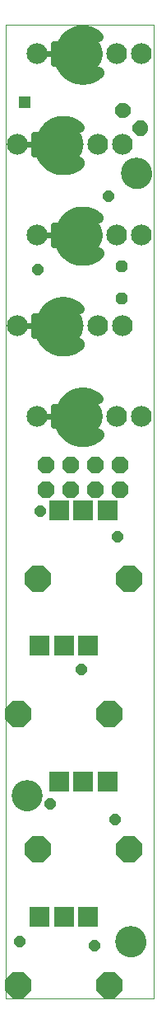
<source format=gts>
G75*
%MOIN*%
%OFA0B0*%
%FSLAX25Y25*%
%IPPOS*%
%LPD*%
%AMOC8*
5,1,8,0,0,1.08239X$1,22.5*
%
%ADD10C,0.00000*%
%ADD11C,0.12611*%
%ADD12C,0.01200*%
%ADD13R,0.08200X0.08200*%
%ADD14OC8,0.10800*%
%ADD15C,0.08400*%
%ADD16C,0.02400*%
%ADD17C,0.15761*%
%ADD18C,0.04000*%
%ADD19C,0.05000*%
%ADD20OC8,0.06800*%
%ADD21R,0.04762X0.04762*%
%ADD22OC8,0.04762*%
%ADD23OC8,0.04369*%
D10*
X0009674Y0017431D02*
X0009674Y0411132D01*
X0069674Y0411132D01*
X0069674Y0017431D01*
X0009674Y0017431D01*
X0012429Y0099321D02*
X0012431Y0099474D01*
X0012437Y0099628D01*
X0012447Y0099781D01*
X0012461Y0099933D01*
X0012479Y0100086D01*
X0012501Y0100237D01*
X0012526Y0100388D01*
X0012556Y0100539D01*
X0012590Y0100689D01*
X0012627Y0100837D01*
X0012668Y0100985D01*
X0012713Y0101131D01*
X0012762Y0101277D01*
X0012815Y0101421D01*
X0012871Y0101563D01*
X0012931Y0101704D01*
X0012995Y0101844D01*
X0013062Y0101982D01*
X0013133Y0102118D01*
X0013208Y0102252D01*
X0013285Y0102384D01*
X0013367Y0102514D01*
X0013451Y0102642D01*
X0013539Y0102768D01*
X0013630Y0102891D01*
X0013724Y0103012D01*
X0013822Y0103130D01*
X0013922Y0103246D01*
X0014026Y0103359D01*
X0014132Y0103470D01*
X0014241Y0103578D01*
X0014353Y0103683D01*
X0014467Y0103784D01*
X0014585Y0103883D01*
X0014704Y0103979D01*
X0014826Y0104072D01*
X0014951Y0104161D01*
X0015078Y0104248D01*
X0015207Y0104330D01*
X0015338Y0104410D01*
X0015471Y0104486D01*
X0015606Y0104559D01*
X0015743Y0104628D01*
X0015882Y0104693D01*
X0016022Y0104755D01*
X0016164Y0104813D01*
X0016307Y0104868D01*
X0016452Y0104919D01*
X0016598Y0104966D01*
X0016745Y0105009D01*
X0016893Y0105048D01*
X0017042Y0105084D01*
X0017192Y0105115D01*
X0017343Y0105143D01*
X0017494Y0105167D01*
X0017647Y0105187D01*
X0017799Y0105203D01*
X0017952Y0105215D01*
X0018105Y0105223D01*
X0018258Y0105227D01*
X0018412Y0105227D01*
X0018565Y0105223D01*
X0018718Y0105215D01*
X0018871Y0105203D01*
X0019023Y0105187D01*
X0019176Y0105167D01*
X0019327Y0105143D01*
X0019478Y0105115D01*
X0019628Y0105084D01*
X0019777Y0105048D01*
X0019925Y0105009D01*
X0020072Y0104966D01*
X0020218Y0104919D01*
X0020363Y0104868D01*
X0020506Y0104813D01*
X0020648Y0104755D01*
X0020788Y0104693D01*
X0020927Y0104628D01*
X0021064Y0104559D01*
X0021199Y0104486D01*
X0021332Y0104410D01*
X0021463Y0104330D01*
X0021592Y0104248D01*
X0021719Y0104161D01*
X0021844Y0104072D01*
X0021966Y0103979D01*
X0022085Y0103883D01*
X0022203Y0103784D01*
X0022317Y0103683D01*
X0022429Y0103578D01*
X0022538Y0103470D01*
X0022644Y0103359D01*
X0022748Y0103246D01*
X0022848Y0103130D01*
X0022946Y0103012D01*
X0023040Y0102891D01*
X0023131Y0102768D01*
X0023219Y0102642D01*
X0023303Y0102514D01*
X0023385Y0102384D01*
X0023462Y0102252D01*
X0023537Y0102118D01*
X0023608Y0101982D01*
X0023675Y0101844D01*
X0023739Y0101704D01*
X0023799Y0101563D01*
X0023855Y0101421D01*
X0023908Y0101277D01*
X0023957Y0101131D01*
X0024002Y0100985D01*
X0024043Y0100837D01*
X0024080Y0100689D01*
X0024114Y0100539D01*
X0024144Y0100388D01*
X0024169Y0100237D01*
X0024191Y0100086D01*
X0024209Y0099933D01*
X0024223Y0099781D01*
X0024233Y0099628D01*
X0024239Y0099474D01*
X0024241Y0099321D01*
X0024239Y0099168D01*
X0024233Y0099014D01*
X0024223Y0098861D01*
X0024209Y0098709D01*
X0024191Y0098556D01*
X0024169Y0098405D01*
X0024144Y0098254D01*
X0024114Y0098103D01*
X0024080Y0097953D01*
X0024043Y0097805D01*
X0024002Y0097657D01*
X0023957Y0097511D01*
X0023908Y0097365D01*
X0023855Y0097221D01*
X0023799Y0097079D01*
X0023739Y0096938D01*
X0023675Y0096798D01*
X0023608Y0096660D01*
X0023537Y0096524D01*
X0023462Y0096390D01*
X0023385Y0096258D01*
X0023303Y0096128D01*
X0023219Y0096000D01*
X0023131Y0095874D01*
X0023040Y0095751D01*
X0022946Y0095630D01*
X0022848Y0095512D01*
X0022748Y0095396D01*
X0022644Y0095283D01*
X0022538Y0095172D01*
X0022429Y0095064D01*
X0022317Y0094959D01*
X0022203Y0094858D01*
X0022085Y0094759D01*
X0021966Y0094663D01*
X0021844Y0094570D01*
X0021719Y0094481D01*
X0021592Y0094394D01*
X0021463Y0094312D01*
X0021332Y0094232D01*
X0021199Y0094156D01*
X0021064Y0094083D01*
X0020927Y0094014D01*
X0020788Y0093949D01*
X0020648Y0093887D01*
X0020506Y0093829D01*
X0020363Y0093774D01*
X0020218Y0093723D01*
X0020072Y0093676D01*
X0019925Y0093633D01*
X0019777Y0093594D01*
X0019628Y0093558D01*
X0019478Y0093527D01*
X0019327Y0093499D01*
X0019176Y0093475D01*
X0019023Y0093455D01*
X0018871Y0093439D01*
X0018718Y0093427D01*
X0018565Y0093419D01*
X0018412Y0093415D01*
X0018258Y0093415D01*
X0018105Y0093419D01*
X0017952Y0093427D01*
X0017799Y0093439D01*
X0017647Y0093455D01*
X0017494Y0093475D01*
X0017343Y0093499D01*
X0017192Y0093527D01*
X0017042Y0093558D01*
X0016893Y0093594D01*
X0016745Y0093633D01*
X0016598Y0093676D01*
X0016452Y0093723D01*
X0016307Y0093774D01*
X0016164Y0093829D01*
X0016022Y0093887D01*
X0015882Y0093949D01*
X0015743Y0094014D01*
X0015606Y0094083D01*
X0015471Y0094156D01*
X0015338Y0094232D01*
X0015207Y0094312D01*
X0015078Y0094394D01*
X0014951Y0094481D01*
X0014826Y0094570D01*
X0014704Y0094663D01*
X0014585Y0094759D01*
X0014467Y0094858D01*
X0014353Y0094959D01*
X0014241Y0095064D01*
X0014132Y0095172D01*
X0014026Y0095283D01*
X0013922Y0095396D01*
X0013822Y0095512D01*
X0013724Y0095630D01*
X0013630Y0095751D01*
X0013539Y0095874D01*
X0013451Y0096000D01*
X0013367Y0096128D01*
X0013285Y0096258D01*
X0013208Y0096390D01*
X0013133Y0096524D01*
X0013062Y0096660D01*
X0012995Y0096798D01*
X0012931Y0096938D01*
X0012871Y0097079D01*
X0012815Y0097221D01*
X0012762Y0097365D01*
X0012713Y0097511D01*
X0012668Y0097657D01*
X0012627Y0097805D01*
X0012590Y0097953D01*
X0012556Y0098103D01*
X0012526Y0098254D01*
X0012501Y0098405D01*
X0012479Y0098556D01*
X0012461Y0098709D01*
X0012447Y0098861D01*
X0012437Y0099014D01*
X0012431Y0099168D01*
X0012429Y0099321D01*
X0033690Y0252864D02*
X0033692Y0253048D01*
X0033699Y0253231D01*
X0033710Y0253414D01*
X0033726Y0253597D01*
X0033746Y0253780D01*
X0033771Y0253962D01*
X0033800Y0254143D01*
X0033834Y0254323D01*
X0033872Y0254503D01*
X0033914Y0254681D01*
X0033961Y0254859D01*
X0034012Y0255035D01*
X0034068Y0255210D01*
X0034127Y0255384D01*
X0034191Y0255556D01*
X0034259Y0255726D01*
X0034332Y0255895D01*
X0034408Y0256062D01*
X0034489Y0256227D01*
X0034573Y0256390D01*
X0034662Y0256551D01*
X0034754Y0256709D01*
X0034850Y0256866D01*
X0034951Y0257020D01*
X0035054Y0257171D01*
X0035162Y0257320D01*
X0035273Y0257466D01*
X0035388Y0257609D01*
X0035506Y0257750D01*
X0035628Y0257887D01*
X0035753Y0258022D01*
X0035881Y0258153D01*
X0036012Y0258281D01*
X0036147Y0258406D01*
X0036284Y0258528D01*
X0036425Y0258646D01*
X0036568Y0258761D01*
X0036714Y0258872D01*
X0036863Y0258980D01*
X0037014Y0259083D01*
X0037168Y0259184D01*
X0037325Y0259280D01*
X0037483Y0259372D01*
X0037644Y0259461D01*
X0037807Y0259545D01*
X0037972Y0259626D01*
X0038139Y0259702D01*
X0038308Y0259775D01*
X0038478Y0259843D01*
X0038650Y0259907D01*
X0038824Y0259966D01*
X0038999Y0260022D01*
X0039175Y0260073D01*
X0039353Y0260120D01*
X0039531Y0260162D01*
X0039711Y0260200D01*
X0039891Y0260234D01*
X0040072Y0260263D01*
X0040254Y0260288D01*
X0040437Y0260308D01*
X0040620Y0260324D01*
X0040803Y0260335D01*
X0040986Y0260342D01*
X0041170Y0260344D01*
X0041354Y0260342D01*
X0041537Y0260335D01*
X0041720Y0260324D01*
X0041903Y0260308D01*
X0042086Y0260288D01*
X0042268Y0260263D01*
X0042449Y0260234D01*
X0042629Y0260200D01*
X0042809Y0260162D01*
X0042987Y0260120D01*
X0043165Y0260073D01*
X0043341Y0260022D01*
X0043516Y0259966D01*
X0043690Y0259907D01*
X0043862Y0259843D01*
X0044032Y0259775D01*
X0044201Y0259702D01*
X0044368Y0259626D01*
X0044533Y0259545D01*
X0044696Y0259461D01*
X0044857Y0259372D01*
X0045015Y0259280D01*
X0045172Y0259184D01*
X0045326Y0259083D01*
X0045477Y0258980D01*
X0045626Y0258872D01*
X0045772Y0258761D01*
X0045915Y0258646D01*
X0046056Y0258528D01*
X0046193Y0258406D01*
X0046328Y0258281D01*
X0046459Y0258153D01*
X0046587Y0258022D01*
X0046712Y0257887D01*
X0046834Y0257750D01*
X0046952Y0257609D01*
X0047067Y0257466D01*
X0047178Y0257320D01*
X0047286Y0257171D01*
X0047389Y0257020D01*
X0047490Y0256866D01*
X0047586Y0256709D01*
X0047678Y0256551D01*
X0047767Y0256390D01*
X0047851Y0256227D01*
X0047932Y0256062D01*
X0048008Y0255895D01*
X0048081Y0255726D01*
X0048149Y0255556D01*
X0048213Y0255384D01*
X0048272Y0255210D01*
X0048328Y0255035D01*
X0048379Y0254859D01*
X0048426Y0254681D01*
X0048468Y0254503D01*
X0048506Y0254323D01*
X0048540Y0254143D01*
X0048569Y0253962D01*
X0048594Y0253780D01*
X0048614Y0253597D01*
X0048630Y0253414D01*
X0048641Y0253231D01*
X0048648Y0253048D01*
X0048650Y0252864D01*
X0048648Y0252680D01*
X0048641Y0252497D01*
X0048630Y0252314D01*
X0048614Y0252131D01*
X0048594Y0251948D01*
X0048569Y0251766D01*
X0048540Y0251585D01*
X0048506Y0251405D01*
X0048468Y0251225D01*
X0048426Y0251047D01*
X0048379Y0250869D01*
X0048328Y0250693D01*
X0048272Y0250518D01*
X0048213Y0250344D01*
X0048149Y0250172D01*
X0048081Y0250002D01*
X0048008Y0249833D01*
X0047932Y0249666D01*
X0047851Y0249501D01*
X0047767Y0249338D01*
X0047678Y0249177D01*
X0047586Y0249019D01*
X0047490Y0248862D01*
X0047389Y0248708D01*
X0047286Y0248557D01*
X0047178Y0248408D01*
X0047067Y0248262D01*
X0046952Y0248119D01*
X0046834Y0247978D01*
X0046712Y0247841D01*
X0046587Y0247706D01*
X0046459Y0247575D01*
X0046328Y0247447D01*
X0046193Y0247322D01*
X0046056Y0247200D01*
X0045915Y0247082D01*
X0045772Y0246967D01*
X0045626Y0246856D01*
X0045477Y0246748D01*
X0045326Y0246645D01*
X0045172Y0246544D01*
X0045015Y0246448D01*
X0044857Y0246356D01*
X0044696Y0246267D01*
X0044533Y0246183D01*
X0044368Y0246102D01*
X0044201Y0246026D01*
X0044032Y0245953D01*
X0043862Y0245885D01*
X0043690Y0245821D01*
X0043516Y0245762D01*
X0043341Y0245706D01*
X0043165Y0245655D01*
X0042987Y0245608D01*
X0042809Y0245566D01*
X0042629Y0245528D01*
X0042449Y0245494D01*
X0042268Y0245465D01*
X0042086Y0245440D01*
X0041903Y0245420D01*
X0041720Y0245404D01*
X0041537Y0245393D01*
X0041354Y0245386D01*
X0041170Y0245384D01*
X0040986Y0245386D01*
X0040803Y0245393D01*
X0040620Y0245404D01*
X0040437Y0245420D01*
X0040254Y0245440D01*
X0040072Y0245465D01*
X0039891Y0245494D01*
X0039711Y0245528D01*
X0039531Y0245566D01*
X0039353Y0245608D01*
X0039175Y0245655D01*
X0038999Y0245706D01*
X0038824Y0245762D01*
X0038650Y0245821D01*
X0038478Y0245885D01*
X0038308Y0245953D01*
X0038139Y0246026D01*
X0037972Y0246102D01*
X0037807Y0246183D01*
X0037644Y0246267D01*
X0037483Y0246356D01*
X0037325Y0246448D01*
X0037168Y0246544D01*
X0037014Y0246645D01*
X0036863Y0246748D01*
X0036714Y0246856D01*
X0036568Y0246967D01*
X0036425Y0247082D01*
X0036284Y0247200D01*
X0036147Y0247322D01*
X0036012Y0247447D01*
X0035881Y0247575D01*
X0035753Y0247706D01*
X0035628Y0247841D01*
X0035506Y0247978D01*
X0035388Y0248119D01*
X0035273Y0248262D01*
X0035162Y0248408D01*
X0035054Y0248557D01*
X0034951Y0248708D01*
X0034850Y0248862D01*
X0034754Y0249019D01*
X0034662Y0249177D01*
X0034573Y0249338D01*
X0034489Y0249501D01*
X0034408Y0249666D01*
X0034332Y0249833D01*
X0034259Y0250002D01*
X0034191Y0250172D01*
X0034127Y0250344D01*
X0034068Y0250518D01*
X0034012Y0250693D01*
X0033961Y0250869D01*
X0033914Y0251047D01*
X0033872Y0251225D01*
X0033834Y0251405D01*
X0033800Y0251585D01*
X0033771Y0251766D01*
X0033746Y0251948D01*
X0033726Y0252131D01*
X0033710Y0252314D01*
X0033699Y0252497D01*
X0033692Y0252680D01*
X0033690Y0252864D01*
X0025816Y0289478D02*
X0025818Y0289662D01*
X0025825Y0289845D01*
X0025836Y0290028D01*
X0025852Y0290211D01*
X0025872Y0290394D01*
X0025897Y0290576D01*
X0025926Y0290757D01*
X0025960Y0290937D01*
X0025998Y0291117D01*
X0026040Y0291295D01*
X0026087Y0291473D01*
X0026138Y0291649D01*
X0026194Y0291824D01*
X0026253Y0291998D01*
X0026317Y0292170D01*
X0026385Y0292340D01*
X0026458Y0292509D01*
X0026534Y0292676D01*
X0026615Y0292841D01*
X0026699Y0293004D01*
X0026788Y0293165D01*
X0026880Y0293323D01*
X0026976Y0293480D01*
X0027077Y0293634D01*
X0027180Y0293785D01*
X0027288Y0293934D01*
X0027399Y0294080D01*
X0027514Y0294223D01*
X0027632Y0294364D01*
X0027754Y0294501D01*
X0027879Y0294636D01*
X0028007Y0294767D01*
X0028138Y0294895D01*
X0028273Y0295020D01*
X0028410Y0295142D01*
X0028551Y0295260D01*
X0028694Y0295375D01*
X0028840Y0295486D01*
X0028989Y0295594D01*
X0029140Y0295697D01*
X0029294Y0295798D01*
X0029451Y0295894D01*
X0029609Y0295986D01*
X0029770Y0296075D01*
X0029933Y0296159D01*
X0030098Y0296240D01*
X0030265Y0296316D01*
X0030434Y0296389D01*
X0030604Y0296457D01*
X0030776Y0296521D01*
X0030950Y0296580D01*
X0031125Y0296636D01*
X0031301Y0296687D01*
X0031479Y0296734D01*
X0031657Y0296776D01*
X0031837Y0296814D01*
X0032017Y0296848D01*
X0032198Y0296877D01*
X0032380Y0296902D01*
X0032563Y0296922D01*
X0032746Y0296938D01*
X0032929Y0296949D01*
X0033112Y0296956D01*
X0033296Y0296958D01*
X0033480Y0296956D01*
X0033663Y0296949D01*
X0033846Y0296938D01*
X0034029Y0296922D01*
X0034212Y0296902D01*
X0034394Y0296877D01*
X0034575Y0296848D01*
X0034755Y0296814D01*
X0034935Y0296776D01*
X0035113Y0296734D01*
X0035291Y0296687D01*
X0035467Y0296636D01*
X0035642Y0296580D01*
X0035816Y0296521D01*
X0035988Y0296457D01*
X0036158Y0296389D01*
X0036327Y0296316D01*
X0036494Y0296240D01*
X0036659Y0296159D01*
X0036822Y0296075D01*
X0036983Y0295986D01*
X0037141Y0295894D01*
X0037298Y0295798D01*
X0037452Y0295697D01*
X0037603Y0295594D01*
X0037752Y0295486D01*
X0037898Y0295375D01*
X0038041Y0295260D01*
X0038182Y0295142D01*
X0038319Y0295020D01*
X0038454Y0294895D01*
X0038585Y0294767D01*
X0038713Y0294636D01*
X0038838Y0294501D01*
X0038960Y0294364D01*
X0039078Y0294223D01*
X0039193Y0294080D01*
X0039304Y0293934D01*
X0039412Y0293785D01*
X0039515Y0293634D01*
X0039616Y0293480D01*
X0039712Y0293323D01*
X0039804Y0293165D01*
X0039893Y0293004D01*
X0039977Y0292841D01*
X0040058Y0292676D01*
X0040134Y0292509D01*
X0040207Y0292340D01*
X0040275Y0292170D01*
X0040339Y0291998D01*
X0040398Y0291824D01*
X0040454Y0291649D01*
X0040505Y0291473D01*
X0040552Y0291295D01*
X0040594Y0291117D01*
X0040632Y0290937D01*
X0040666Y0290757D01*
X0040695Y0290576D01*
X0040720Y0290394D01*
X0040740Y0290211D01*
X0040756Y0290028D01*
X0040767Y0289845D01*
X0040774Y0289662D01*
X0040776Y0289478D01*
X0040774Y0289294D01*
X0040767Y0289111D01*
X0040756Y0288928D01*
X0040740Y0288745D01*
X0040720Y0288562D01*
X0040695Y0288380D01*
X0040666Y0288199D01*
X0040632Y0288019D01*
X0040594Y0287839D01*
X0040552Y0287661D01*
X0040505Y0287483D01*
X0040454Y0287307D01*
X0040398Y0287132D01*
X0040339Y0286958D01*
X0040275Y0286786D01*
X0040207Y0286616D01*
X0040134Y0286447D01*
X0040058Y0286280D01*
X0039977Y0286115D01*
X0039893Y0285952D01*
X0039804Y0285791D01*
X0039712Y0285633D01*
X0039616Y0285476D01*
X0039515Y0285322D01*
X0039412Y0285171D01*
X0039304Y0285022D01*
X0039193Y0284876D01*
X0039078Y0284733D01*
X0038960Y0284592D01*
X0038838Y0284455D01*
X0038713Y0284320D01*
X0038585Y0284189D01*
X0038454Y0284061D01*
X0038319Y0283936D01*
X0038182Y0283814D01*
X0038041Y0283696D01*
X0037898Y0283581D01*
X0037752Y0283470D01*
X0037603Y0283362D01*
X0037452Y0283259D01*
X0037298Y0283158D01*
X0037141Y0283062D01*
X0036983Y0282970D01*
X0036822Y0282881D01*
X0036659Y0282797D01*
X0036494Y0282716D01*
X0036327Y0282640D01*
X0036158Y0282567D01*
X0035988Y0282499D01*
X0035816Y0282435D01*
X0035642Y0282376D01*
X0035467Y0282320D01*
X0035291Y0282269D01*
X0035113Y0282222D01*
X0034935Y0282180D01*
X0034755Y0282142D01*
X0034575Y0282108D01*
X0034394Y0282079D01*
X0034212Y0282054D01*
X0034029Y0282034D01*
X0033846Y0282018D01*
X0033663Y0282007D01*
X0033480Y0282000D01*
X0033296Y0281998D01*
X0033112Y0282000D01*
X0032929Y0282007D01*
X0032746Y0282018D01*
X0032563Y0282034D01*
X0032380Y0282054D01*
X0032198Y0282079D01*
X0032017Y0282108D01*
X0031837Y0282142D01*
X0031657Y0282180D01*
X0031479Y0282222D01*
X0031301Y0282269D01*
X0031125Y0282320D01*
X0030950Y0282376D01*
X0030776Y0282435D01*
X0030604Y0282499D01*
X0030434Y0282567D01*
X0030265Y0282640D01*
X0030098Y0282716D01*
X0029933Y0282797D01*
X0029770Y0282881D01*
X0029609Y0282970D01*
X0029451Y0283062D01*
X0029294Y0283158D01*
X0029140Y0283259D01*
X0028989Y0283362D01*
X0028840Y0283470D01*
X0028694Y0283581D01*
X0028551Y0283696D01*
X0028410Y0283814D01*
X0028273Y0283936D01*
X0028138Y0284061D01*
X0028007Y0284189D01*
X0027879Y0284320D01*
X0027754Y0284455D01*
X0027632Y0284592D01*
X0027514Y0284733D01*
X0027399Y0284876D01*
X0027288Y0285022D01*
X0027180Y0285171D01*
X0027077Y0285322D01*
X0026976Y0285476D01*
X0026880Y0285633D01*
X0026788Y0285791D01*
X0026699Y0285952D01*
X0026615Y0286115D01*
X0026534Y0286280D01*
X0026458Y0286447D01*
X0026385Y0286616D01*
X0026317Y0286786D01*
X0026253Y0286958D01*
X0026194Y0287132D01*
X0026138Y0287307D01*
X0026087Y0287483D01*
X0026040Y0287661D01*
X0025998Y0287839D01*
X0025960Y0288019D01*
X0025926Y0288199D01*
X0025897Y0288380D01*
X0025872Y0288562D01*
X0025852Y0288745D01*
X0025836Y0288928D01*
X0025825Y0289111D01*
X0025818Y0289294D01*
X0025816Y0289478D01*
X0025816Y0362707D02*
X0025818Y0362891D01*
X0025825Y0363074D01*
X0025836Y0363257D01*
X0025852Y0363440D01*
X0025872Y0363623D01*
X0025897Y0363805D01*
X0025926Y0363986D01*
X0025960Y0364166D01*
X0025998Y0364346D01*
X0026040Y0364524D01*
X0026087Y0364702D01*
X0026138Y0364878D01*
X0026194Y0365053D01*
X0026253Y0365227D01*
X0026317Y0365399D01*
X0026385Y0365569D01*
X0026458Y0365738D01*
X0026534Y0365905D01*
X0026615Y0366070D01*
X0026699Y0366233D01*
X0026788Y0366394D01*
X0026880Y0366552D01*
X0026976Y0366709D01*
X0027077Y0366863D01*
X0027180Y0367014D01*
X0027288Y0367163D01*
X0027399Y0367309D01*
X0027514Y0367452D01*
X0027632Y0367593D01*
X0027754Y0367730D01*
X0027879Y0367865D01*
X0028007Y0367996D01*
X0028138Y0368124D01*
X0028273Y0368249D01*
X0028410Y0368371D01*
X0028551Y0368489D01*
X0028694Y0368604D01*
X0028840Y0368715D01*
X0028989Y0368823D01*
X0029140Y0368926D01*
X0029294Y0369027D01*
X0029451Y0369123D01*
X0029609Y0369215D01*
X0029770Y0369304D01*
X0029933Y0369388D01*
X0030098Y0369469D01*
X0030265Y0369545D01*
X0030434Y0369618D01*
X0030604Y0369686D01*
X0030776Y0369750D01*
X0030950Y0369809D01*
X0031125Y0369865D01*
X0031301Y0369916D01*
X0031479Y0369963D01*
X0031657Y0370005D01*
X0031837Y0370043D01*
X0032017Y0370077D01*
X0032198Y0370106D01*
X0032380Y0370131D01*
X0032563Y0370151D01*
X0032746Y0370167D01*
X0032929Y0370178D01*
X0033112Y0370185D01*
X0033296Y0370187D01*
X0033480Y0370185D01*
X0033663Y0370178D01*
X0033846Y0370167D01*
X0034029Y0370151D01*
X0034212Y0370131D01*
X0034394Y0370106D01*
X0034575Y0370077D01*
X0034755Y0370043D01*
X0034935Y0370005D01*
X0035113Y0369963D01*
X0035291Y0369916D01*
X0035467Y0369865D01*
X0035642Y0369809D01*
X0035816Y0369750D01*
X0035988Y0369686D01*
X0036158Y0369618D01*
X0036327Y0369545D01*
X0036494Y0369469D01*
X0036659Y0369388D01*
X0036822Y0369304D01*
X0036983Y0369215D01*
X0037141Y0369123D01*
X0037298Y0369027D01*
X0037452Y0368926D01*
X0037603Y0368823D01*
X0037752Y0368715D01*
X0037898Y0368604D01*
X0038041Y0368489D01*
X0038182Y0368371D01*
X0038319Y0368249D01*
X0038454Y0368124D01*
X0038585Y0367996D01*
X0038713Y0367865D01*
X0038838Y0367730D01*
X0038960Y0367593D01*
X0039078Y0367452D01*
X0039193Y0367309D01*
X0039304Y0367163D01*
X0039412Y0367014D01*
X0039515Y0366863D01*
X0039616Y0366709D01*
X0039712Y0366552D01*
X0039804Y0366394D01*
X0039893Y0366233D01*
X0039977Y0366070D01*
X0040058Y0365905D01*
X0040134Y0365738D01*
X0040207Y0365569D01*
X0040275Y0365399D01*
X0040339Y0365227D01*
X0040398Y0365053D01*
X0040454Y0364878D01*
X0040505Y0364702D01*
X0040552Y0364524D01*
X0040594Y0364346D01*
X0040632Y0364166D01*
X0040666Y0363986D01*
X0040695Y0363805D01*
X0040720Y0363623D01*
X0040740Y0363440D01*
X0040756Y0363257D01*
X0040767Y0363074D01*
X0040774Y0362891D01*
X0040776Y0362707D01*
X0040774Y0362523D01*
X0040767Y0362340D01*
X0040756Y0362157D01*
X0040740Y0361974D01*
X0040720Y0361791D01*
X0040695Y0361609D01*
X0040666Y0361428D01*
X0040632Y0361248D01*
X0040594Y0361068D01*
X0040552Y0360890D01*
X0040505Y0360712D01*
X0040454Y0360536D01*
X0040398Y0360361D01*
X0040339Y0360187D01*
X0040275Y0360015D01*
X0040207Y0359845D01*
X0040134Y0359676D01*
X0040058Y0359509D01*
X0039977Y0359344D01*
X0039893Y0359181D01*
X0039804Y0359020D01*
X0039712Y0358862D01*
X0039616Y0358705D01*
X0039515Y0358551D01*
X0039412Y0358400D01*
X0039304Y0358251D01*
X0039193Y0358105D01*
X0039078Y0357962D01*
X0038960Y0357821D01*
X0038838Y0357684D01*
X0038713Y0357549D01*
X0038585Y0357418D01*
X0038454Y0357290D01*
X0038319Y0357165D01*
X0038182Y0357043D01*
X0038041Y0356925D01*
X0037898Y0356810D01*
X0037752Y0356699D01*
X0037603Y0356591D01*
X0037452Y0356488D01*
X0037298Y0356387D01*
X0037141Y0356291D01*
X0036983Y0356199D01*
X0036822Y0356110D01*
X0036659Y0356026D01*
X0036494Y0355945D01*
X0036327Y0355869D01*
X0036158Y0355796D01*
X0035988Y0355728D01*
X0035816Y0355664D01*
X0035642Y0355605D01*
X0035467Y0355549D01*
X0035291Y0355498D01*
X0035113Y0355451D01*
X0034935Y0355409D01*
X0034755Y0355371D01*
X0034575Y0355337D01*
X0034394Y0355308D01*
X0034212Y0355283D01*
X0034029Y0355263D01*
X0033846Y0355247D01*
X0033663Y0355236D01*
X0033480Y0355229D01*
X0033296Y0355227D01*
X0033112Y0355229D01*
X0032929Y0355236D01*
X0032746Y0355247D01*
X0032563Y0355263D01*
X0032380Y0355283D01*
X0032198Y0355308D01*
X0032017Y0355337D01*
X0031837Y0355371D01*
X0031657Y0355409D01*
X0031479Y0355451D01*
X0031301Y0355498D01*
X0031125Y0355549D01*
X0030950Y0355605D01*
X0030776Y0355664D01*
X0030604Y0355728D01*
X0030434Y0355796D01*
X0030265Y0355869D01*
X0030098Y0355945D01*
X0029933Y0356026D01*
X0029770Y0356110D01*
X0029609Y0356199D01*
X0029451Y0356291D01*
X0029294Y0356387D01*
X0029140Y0356488D01*
X0028989Y0356591D01*
X0028840Y0356699D01*
X0028694Y0356810D01*
X0028551Y0356925D01*
X0028410Y0357043D01*
X0028273Y0357165D01*
X0028138Y0357290D01*
X0028007Y0357418D01*
X0027879Y0357549D01*
X0027754Y0357684D01*
X0027632Y0357821D01*
X0027514Y0357962D01*
X0027399Y0358105D01*
X0027288Y0358251D01*
X0027180Y0358400D01*
X0027077Y0358551D01*
X0026976Y0358705D01*
X0026880Y0358862D01*
X0026788Y0359020D01*
X0026699Y0359181D01*
X0026615Y0359344D01*
X0026534Y0359509D01*
X0026458Y0359676D01*
X0026385Y0359845D01*
X0026317Y0360015D01*
X0026253Y0360187D01*
X0026194Y0360361D01*
X0026138Y0360536D01*
X0026087Y0360712D01*
X0026040Y0360890D01*
X0025998Y0361068D01*
X0025960Y0361248D01*
X0025926Y0361428D01*
X0025897Y0361609D01*
X0025872Y0361791D01*
X0025852Y0361974D01*
X0025836Y0362157D01*
X0025825Y0362340D01*
X0025818Y0362523D01*
X0025816Y0362707D01*
X0033690Y0399321D02*
X0033692Y0399505D01*
X0033699Y0399688D01*
X0033710Y0399871D01*
X0033726Y0400054D01*
X0033746Y0400237D01*
X0033771Y0400419D01*
X0033800Y0400600D01*
X0033834Y0400780D01*
X0033872Y0400960D01*
X0033914Y0401138D01*
X0033961Y0401316D01*
X0034012Y0401492D01*
X0034068Y0401667D01*
X0034127Y0401841D01*
X0034191Y0402013D01*
X0034259Y0402183D01*
X0034332Y0402352D01*
X0034408Y0402519D01*
X0034489Y0402684D01*
X0034573Y0402847D01*
X0034662Y0403008D01*
X0034754Y0403166D01*
X0034850Y0403323D01*
X0034951Y0403477D01*
X0035054Y0403628D01*
X0035162Y0403777D01*
X0035273Y0403923D01*
X0035388Y0404066D01*
X0035506Y0404207D01*
X0035628Y0404344D01*
X0035753Y0404479D01*
X0035881Y0404610D01*
X0036012Y0404738D01*
X0036147Y0404863D01*
X0036284Y0404985D01*
X0036425Y0405103D01*
X0036568Y0405218D01*
X0036714Y0405329D01*
X0036863Y0405437D01*
X0037014Y0405540D01*
X0037168Y0405641D01*
X0037325Y0405737D01*
X0037483Y0405829D01*
X0037644Y0405918D01*
X0037807Y0406002D01*
X0037972Y0406083D01*
X0038139Y0406159D01*
X0038308Y0406232D01*
X0038478Y0406300D01*
X0038650Y0406364D01*
X0038824Y0406423D01*
X0038999Y0406479D01*
X0039175Y0406530D01*
X0039353Y0406577D01*
X0039531Y0406619D01*
X0039711Y0406657D01*
X0039891Y0406691D01*
X0040072Y0406720D01*
X0040254Y0406745D01*
X0040437Y0406765D01*
X0040620Y0406781D01*
X0040803Y0406792D01*
X0040986Y0406799D01*
X0041170Y0406801D01*
X0041354Y0406799D01*
X0041537Y0406792D01*
X0041720Y0406781D01*
X0041903Y0406765D01*
X0042086Y0406745D01*
X0042268Y0406720D01*
X0042449Y0406691D01*
X0042629Y0406657D01*
X0042809Y0406619D01*
X0042987Y0406577D01*
X0043165Y0406530D01*
X0043341Y0406479D01*
X0043516Y0406423D01*
X0043690Y0406364D01*
X0043862Y0406300D01*
X0044032Y0406232D01*
X0044201Y0406159D01*
X0044368Y0406083D01*
X0044533Y0406002D01*
X0044696Y0405918D01*
X0044857Y0405829D01*
X0045015Y0405737D01*
X0045172Y0405641D01*
X0045326Y0405540D01*
X0045477Y0405437D01*
X0045626Y0405329D01*
X0045772Y0405218D01*
X0045915Y0405103D01*
X0046056Y0404985D01*
X0046193Y0404863D01*
X0046328Y0404738D01*
X0046459Y0404610D01*
X0046587Y0404479D01*
X0046712Y0404344D01*
X0046834Y0404207D01*
X0046952Y0404066D01*
X0047067Y0403923D01*
X0047178Y0403777D01*
X0047286Y0403628D01*
X0047389Y0403477D01*
X0047490Y0403323D01*
X0047586Y0403166D01*
X0047678Y0403008D01*
X0047767Y0402847D01*
X0047851Y0402684D01*
X0047932Y0402519D01*
X0048008Y0402352D01*
X0048081Y0402183D01*
X0048149Y0402013D01*
X0048213Y0401841D01*
X0048272Y0401667D01*
X0048328Y0401492D01*
X0048379Y0401316D01*
X0048426Y0401138D01*
X0048468Y0400960D01*
X0048506Y0400780D01*
X0048540Y0400600D01*
X0048569Y0400419D01*
X0048594Y0400237D01*
X0048614Y0400054D01*
X0048630Y0399871D01*
X0048641Y0399688D01*
X0048648Y0399505D01*
X0048650Y0399321D01*
X0048648Y0399137D01*
X0048641Y0398954D01*
X0048630Y0398771D01*
X0048614Y0398588D01*
X0048594Y0398405D01*
X0048569Y0398223D01*
X0048540Y0398042D01*
X0048506Y0397862D01*
X0048468Y0397682D01*
X0048426Y0397504D01*
X0048379Y0397326D01*
X0048328Y0397150D01*
X0048272Y0396975D01*
X0048213Y0396801D01*
X0048149Y0396629D01*
X0048081Y0396459D01*
X0048008Y0396290D01*
X0047932Y0396123D01*
X0047851Y0395958D01*
X0047767Y0395795D01*
X0047678Y0395634D01*
X0047586Y0395476D01*
X0047490Y0395319D01*
X0047389Y0395165D01*
X0047286Y0395014D01*
X0047178Y0394865D01*
X0047067Y0394719D01*
X0046952Y0394576D01*
X0046834Y0394435D01*
X0046712Y0394298D01*
X0046587Y0394163D01*
X0046459Y0394032D01*
X0046328Y0393904D01*
X0046193Y0393779D01*
X0046056Y0393657D01*
X0045915Y0393539D01*
X0045772Y0393424D01*
X0045626Y0393313D01*
X0045477Y0393205D01*
X0045326Y0393102D01*
X0045172Y0393001D01*
X0045015Y0392905D01*
X0044857Y0392813D01*
X0044696Y0392724D01*
X0044533Y0392640D01*
X0044368Y0392559D01*
X0044201Y0392483D01*
X0044032Y0392410D01*
X0043862Y0392342D01*
X0043690Y0392278D01*
X0043516Y0392219D01*
X0043341Y0392163D01*
X0043165Y0392112D01*
X0042987Y0392065D01*
X0042809Y0392023D01*
X0042629Y0391985D01*
X0042449Y0391951D01*
X0042268Y0391922D01*
X0042086Y0391897D01*
X0041903Y0391877D01*
X0041720Y0391861D01*
X0041537Y0391850D01*
X0041354Y0391843D01*
X0041170Y0391841D01*
X0040986Y0391843D01*
X0040803Y0391850D01*
X0040620Y0391861D01*
X0040437Y0391877D01*
X0040254Y0391897D01*
X0040072Y0391922D01*
X0039891Y0391951D01*
X0039711Y0391985D01*
X0039531Y0392023D01*
X0039353Y0392065D01*
X0039175Y0392112D01*
X0038999Y0392163D01*
X0038824Y0392219D01*
X0038650Y0392278D01*
X0038478Y0392342D01*
X0038308Y0392410D01*
X0038139Y0392483D01*
X0037972Y0392559D01*
X0037807Y0392640D01*
X0037644Y0392724D01*
X0037483Y0392813D01*
X0037325Y0392905D01*
X0037168Y0393001D01*
X0037014Y0393102D01*
X0036863Y0393205D01*
X0036714Y0393313D01*
X0036568Y0393424D01*
X0036425Y0393539D01*
X0036284Y0393657D01*
X0036147Y0393779D01*
X0036012Y0393904D01*
X0035881Y0394032D01*
X0035753Y0394163D01*
X0035628Y0394298D01*
X0035506Y0394435D01*
X0035388Y0394576D01*
X0035273Y0394719D01*
X0035162Y0394865D01*
X0035054Y0395014D01*
X0034951Y0395165D01*
X0034850Y0395319D01*
X0034754Y0395476D01*
X0034662Y0395634D01*
X0034573Y0395795D01*
X0034489Y0395958D01*
X0034408Y0396123D01*
X0034332Y0396290D01*
X0034259Y0396459D01*
X0034191Y0396629D01*
X0034127Y0396801D01*
X0034068Y0396975D01*
X0034012Y0397150D01*
X0033961Y0397326D01*
X0033914Y0397504D01*
X0033872Y0397682D01*
X0033834Y0397862D01*
X0033800Y0398042D01*
X0033771Y0398223D01*
X0033746Y0398405D01*
X0033726Y0398588D01*
X0033710Y0398771D01*
X0033699Y0398954D01*
X0033692Y0399137D01*
X0033690Y0399321D01*
X0033690Y0326093D02*
X0033692Y0326277D01*
X0033699Y0326460D01*
X0033710Y0326643D01*
X0033726Y0326826D01*
X0033746Y0327009D01*
X0033771Y0327191D01*
X0033800Y0327372D01*
X0033834Y0327552D01*
X0033872Y0327732D01*
X0033914Y0327910D01*
X0033961Y0328088D01*
X0034012Y0328264D01*
X0034068Y0328439D01*
X0034127Y0328613D01*
X0034191Y0328785D01*
X0034259Y0328955D01*
X0034332Y0329124D01*
X0034408Y0329291D01*
X0034489Y0329456D01*
X0034573Y0329619D01*
X0034662Y0329780D01*
X0034754Y0329938D01*
X0034850Y0330095D01*
X0034951Y0330249D01*
X0035054Y0330400D01*
X0035162Y0330549D01*
X0035273Y0330695D01*
X0035388Y0330838D01*
X0035506Y0330979D01*
X0035628Y0331116D01*
X0035753Y0331251D01*
X0035881Y0331382D01*
X0036012Y0331510D01*
X0036147Y0331635D01*
X0036284Y0331757D01*
X0036425Y0331875D01*
X0036568Y0331990D01*
X0036714Y0332101D01*
X0036863Y0332209D01*
X0037014Y0332312D01*
X0037168Y0332413D01*
X0037325Y0332509D01*
X0037483Y0332601D01*
X0037644Y0332690D01*
X0037807Y0332774D01*
X0037972Y0332855D01*
X0038139Y0332931D01*
X0038308Y0333004D01*
X0038478Y0333072D01*
X0038650Y0333136D01*
X0038824Y0333195D01*
X0038999Y0333251D01*
X0039175Y0333302D01*
X0039353Y0333349D01*
X0039531Y0333391D01*
X0039711Y0333429D01*
X0039891Y0333463D01*
X0040072Y0333492D01*
X0040254Y0333517D01*
X0040437Y0333537D01*
X0040620Y0333553D01*
X0040803Y0333564D01*
X0040986Y0333571D01*
X0041170Y0333573D01*
X0041354Y0333571D01*
X0041537Y0333564D01*
X0041720Y0333553D01*
X0041903Y0333537D01*
X0042086Y0333517D01*
X0042268Y0333492D01*
X0042449Y0333463D01*
X0042629Y0333429D01*
X0042809Y0333391D01*
X0042987Y0333349D01*
X0043165Y0333302D01*
X0043341Y0333251D01*
X0043516Y0333195D01*
X0043690Y0333136D01*
X0043862Y0333072D01*
X0044032Y0333004D01*
X0044201Y0332931D01*
X0044368Y0332855D01*
X0044533Y0332774D01*
X0044696Y0332690D01*
X0044857Y0332601D01*
X0045015Y0332509D01*
X0045172Y0332413D01*
X0045326Y0332312D01*
X0045477Y0332209D01*
X0045626Y0332101D01*
X0045772Y0331990D01*
X0045915Y0331875D01*
X0046056Y0331757D01*
X0046193Y0331635D01*
X0046328Y0331510D01*
X0046459Y0331382D01*
X0046587Y0331251D01*
X0046712Y0331116D01*
X0046834Y0330979D01*
X0046952Y0330838D01*
X0047067Y0330695D01*
X0047178Y0330549D01*
X0047286Y0330400D01*
X0047389Y0330249D01*
X0047490Y0330095D01*
X0047586Y0329938D01*
X0047678Y0329780D01*
X0047767Y0329619D01*
X0047851Y0329456D01*
X0047932Y0329291D01*
X0048008Y0329124D01*
X0048081Y0328955D01*
X0048149Y0328785D01*
X0048213Y0328613D01*
X0048272Y0328439D01*
X0048328Y0328264D01*
X0048379Y0328088D01*
X0048426Y0327910D01*
X0048468Y0327732D01*
X0048506Y0327552D01*
X0048540Y0327372D01*
X0048569Y0327191D01*
X0048594Y0327009D01*
X0048614Y0326826D01*
X0048630Y0326643D01*
X0048641Y0326460D01*
X0048648Y0326277D01*
X0048650Y0326093D01*
X0048648Y0325909D01*
X0048641Y0325726D01*
X0048630Y0325543D01*
X0048614Y0325360D01*
X0048594Y0325177D01*
X0048569Y0324995D01*
X0048540Y0324814D01*
X0048506Y0324634D01*
X0048468Y0324454D01*
X0048426Y0324276D01*
X0048379Y0324098D01*
X0048328Y0323922D01*
X0048272Y0323747D01*
X0048213Y0323573D01*
X0048149Y0323401D01*
X0048081Y0323231D01*
X0048008Y0323062D01*
X0047932Y0322895D01*
X0047851Y0322730D01*
X0047767Y0322567D01*
X0047678Y0322406D01*
X0047586Y0322248D01*
X0047490Y0322091D01*
X0047389Y0321937D01*
X0047286Y0321786D01*
X0047178Y0321637D01*
X0047067Y0321491D01*
X0046952Y0321348D01*
X0046834Y0321207D01*
X0046712Y0321070D01*
X0046587Y0320935D01*
X0046459Y0320804D01*
X0046328Y0320676D01*
X0046193Y0320551D01*
X0046056Y0320429D01*
X0045915Y0320311D01*
X0045772Y0320196D01*
X0045626Y0320085D01*
X0045477Y0319977D01*
X0045326Y0319874D01*
X0045172Y0319773D01*
X0045015Y0319677D01*
X0044857Y0319585D01*
X0044696Y0319496D01*
X0044533Y0319412D01*
X0044368Y0319331D01*
X0044201Y0319255D01*
X0044032Y0319182D01*
X0043862Y0319114D01*
X0043690Y0319050D01*
X0043516Y0318991D01*
X0043341Y0318935D01*
X0043165Y0318884D01*
X0042987Y0318837D01*
X0042809Y0318795D01*
X0042629Y0318757D01*
X0042449Y0318723D01*
X0042268Y0318694D01*
X0042086Y0318669D01*
X0041903Y0318649D01*
X0041720Y0318633D01*
X0041537Y0318622D01*
X0041354Y0318615D01*
X0041170Y0318613D01*
X0040986Y0318615D01*
X0040803Y0318622D01*
X0040620Y0318633D01*
X0040437Y0318649D01*
X0040254Y0318669D01*
X0040072Y0318694D01*
X0039891Y0318723D01*
X0039711Y0318757D01*
X0039531Y0318795D01*
X0039353Y0318837D01*
X0039175Y0318884D01*
X0038999Y0318935D01*
X0038824Y0318991D01*
X0038650Y0319050D01*
X0038478Y0319114D01*
X0038308Y0319182D01*
X0038139Y0319255D01*
X0037972Y0319331D01*
X0037807Y0319412D01*
X0037644Y0319496D01*
X0037483Y0319585D01*
X0037325Y0319677D01*
X0037168Y0319773D01*
X0037014Y0319874D01*
X0036863Y0319977D01*
X0036714Y0320085D01*
X0036568Y0320196D01*
X0036425Y0320311D01*
X0036284Y0320429D01*
X0036147Y0320551D01*
X0036012Y0320676D01*
X0035881Y0320804D01*
X0035753Y0320935D01*
X0035628Y0321070D01*
X0035506Y0321207D01*
X0035388Y0321348D01*
X0035273Y0321491D01*
X0035162Y0321637D01*
X0035054Y0321786D01*
X0034951Y0321937D01*
X0034850Y0322091D01*
X0034754Y0322248D01*
X0034662Y0322406D01*
X0034573Y0322567D01*
X0034489Y0322730D01*
X0034408Y0322895D01*
X0034332Y0323062D01*
X0034259Y0323231D01*
X0034191Y0323401D01*
X0034127Y0323573D01*
X0034068Y0323747D01*
X0034012Y0323922D01*
X0033961Y0324098D01*
X0033914Y0324276D01*
X0033872Y0324454D01*
X0033834Y0324634D01*
X0033800Y0324814D01*
X0033771Y0324995D01*
X0033746Y0325177D01*
X0033726Y0325360D01*
X0033710Y0325543D01*
X0033699Y0325726D01*
X0033692Y0325909D01*
X0033690Y0326093D01*
X0056918Y0350896D02*
X0056920Y0351049D01*
X0056926Y0351203D01*
X0056936Y0351356D01*
X0056950Y0351508D01*
X0056968Y0351661D01*
X0056990Y0351812D01*
X0057015Y0351963D01*
X0057045Y0352114D01*
X0057079Y0352264D01*
X0057116Y0352412D01*
X0057157Y0352560D01*
X0057202Y0352706D01*
X0057251Y0352852D01*
X0057304Y0352996D01*
X0057360Y0353138D01*
X0057420Y0353279D01*
X0057484Y0353419D01*
X0057551Y0353557D01*
X0057622Y0353693D01*
X0057697Y0353827D01*
X0057774Y0353959D01*
X0057856Y0354089D01*
X0057940Y0354217D01*
X0058028Y0354343D01*
X0058119Y0354466D01*
X0058213Y0354587D01*
X0058311Y0354705D01*
X0058411Y0354821D01*
X0058515Y0354934D01*
X0058621Y0355045D01*
X0058730Y0355153D01*
X0058842Y0355258D01*
X0058956Y0355359D01*
X0059074Y0355458D01*
X0059193Y0355554D01*
X0059315Y0355647D01*
X0059440Y0355736D01*
X0059567Y0355823D01*
X0059696Y0355905D01*
X0059827Y0355985D01*
X0059960Y0356061D01*
X0060095Y0356134D01*
X0060232Y0356203D01*
X0060371Y0356268D01*
X0060511Y0356330D01*
X0060653Y0356388D01*
X0060796Y0356443D01*
X0060941Y0356494D01*
X0061087Y0356541D01*
X0061234Y0356584D01*
X0061382Y0356623D01*
X0061531Y0356659D01*
X0061681Y0356690D01*
X0061832Y0356718D01*
X0061983Y0356742D01*
X0062136Y0356762D01*
X0062288Y0356778D01*
X0062441Y0356790D01*
X0062594Y0356798D01*
X0062747Y0356802D01*
X0062901Y0356802D01*
X0063054Y0356798D01*
X0063207Y0356790D01*
X0063360Y0356778D01*
X0063512Y0356762D01*
X0063665Y0356742D01*
X0063816Y0356718D01*
X0063967Y0356690D01*
X0064117Y0356659D01*
X0064266Y0356623D01*
X0064414Y0356584D01*
X0064561Y0356541D01*
X0064707Y0356494D01*
X0064852Y0356443D01*
X0064995Y0356388D01*
X0065137Y0356330D01*
X0065277Y0356268D01*
X0065416Y0356203D01*
X0065553Y0356134D01*
X0065688Y0356061D01*
X0065821Y0355985D01*
X0065952Y0355905D01*
X0066081Y0355823D01*
X0066208Y0355736D01*
X0066333Y0355647D01*
X0066455Y0355554D01*
X0066574Y0355458D01*
X0066692Y0355359D01*
X0066806Y0355258D01*
X0066918Y0355153D01*
X0067027Y0355045D01*
X0067133Y0354934D01*
X0067237Y0354821D01*
X0067337Y0354705D01*
X0067435Y0354587D01*
X0067529Y0354466D01*
X0067620Y0354343D01*
X0067708Y0354217D01*
X0067792Y0354089D01*
X0067874Y0353959D01*
X0067951Y0353827D01*
X0068026Y0353693D01*
X0068097Y0353557D01*
X0068164Y0353419D01*
X0068228Y0353279D01*
X0068288Y0353138D01*
X0068344Y0352996D01*
X0068397Y0352852D01*
X0068446Y0352706D01*
X0068491Y0352560D01*
X0068532Y0352412D01*
X0068569Y0352264D01*
X0068603Y0352114D01*
X0068633Y0351963D01*
X0068658Y0351812D01*
X0068680Y0351661D01*
X0068698Y0351508D01*
X0068712Y0351356D01*
X0068722Y0351203D01*
X0068728Y0351049D01*
X0068730Y0350896D01*
X0068728Y0350743D01*
X0068722Y0350589D01*
X0068712Y0350436D01*
X0068698Y0350284D01*
X0068680Y0350131D01*
X0068658Y0349980D01*
X0068633Y0349829D01*
X0068603Y0349678D01*
X0068569Y0349528D01*
X0068532Y0349380D01*
X0068491Y0349232D01*
X0068446Y0349086D01*
X0068397Y0348940D01*
X0068344Y0348796D01*
X0068288Y0348654D01*
X0068228Y0348513D01*
X0068164Y0348373D01*
X0068097Y0348235D01*
X0068026Y0348099D01*
X0067951Y0347965D01*
X0067874Y0347833D01*
X0067792Y0347703D01*
X0067708Y0347575D01*
X0067620Y0347449D01*
X0067529Y0347326D01*
X0067435Y0347205D01*
X0067337Y0347087D01*
X0067237Y0346971D01*
X0067133Y0346858D01*
X0067027Y0346747D01*
X0066918Y0346639D01*
X0066806Y0346534D01*
X0066692Y0346433D01*
X0066574Y0346334D01*
X0066455Y0346238D01*
X0066333Y0346145D01*
X0066208Y0346056D01*
X0066081Y0345969D01*
X0065952Y0345887D01*
X0065821Y0345807D01*
X0065688Y0345731D01*
X0065553Y0345658D01*
X0065416Y0345589D01*
X0065277Y0345524D01*
X0065137Y0345462D01*
X0064995Y0345404D01*
X0064852Y0345349D01*
X0064707Y0345298D01*
X0064561Y0345251D01*
X0064414Y0345208D01*
X0064266Y0345169D01*
X0064117Y0345133D01*
X0063967Y0345102D01*
X0063816Y0345074D01*
X0063665Y0345050D01*
X0063512Y0345030D01*
X0063360Y0345014D01*
X0063207Y0345002D01*
X0063054Y0344994D01*
X0062901Y0344990D01*
X0062747Y0344990D01*
X0062594Y0344994D01*
X0062441Y0345002D01*
X0062288Y0345014D01*
X0062136Y0345030D01*
X0061983Y0345050D01*
X0061832Y0345074D01*
X0061681Y0345102D01*
X0061531Y0345133D01*
X0061382Y0345169D01*
X0061234Y0345208D01*
X0061087Y0345251D01*
X0060941Y0345298D01*
X0060796Y0345349D01*
X0060653Y0345404D01*
X0060511Y0345462D01*
X0060371Y0345524D01*
X0060232Y0345589D01*
X0060095Y0345658D01*
X0059960Y0345731D01*
X0059827Y0345807D01*
X0059696Y0345887D01*
X0059567Y0345969D01*
X0059440Y0346056D01*
X0059315Y0346145D01*
X0059193Y0346238D01*
X0059074Y0346334D01*
X0058956Y0346433D01*
X0058842Y0346534D01*
X0058730Y0346639D01*
X0058621Y0346747D01*
X0058515Y0346858D01*
X0058411Y0346971D01*
X0058311Y0347087D01*
X0058213Y0347205D01*
X0058119Y0347326D01*
X0058028Y0347449D01*
X0057940Y0347575D01*
X0057856Y0347703D01*
X0057774Y0347833D01*
X0057697Y0347965D01*
X0057622Y0348099D01*
X0057551Y0348235D01*
X0057484Y0348373D01*
X0057420Y0348513D01*
X0057360Y0348654D01*
X0057304Y0348796D01*
X0057251Y0348940D01*
X0057202Y0349086D01*
X0057157Y0349232D01*
X0057116Y0349380D01*
X0057079Y0349528D01*
X0057045Y0349678D01*
X0057015Y0349829D01*
X0056990Y0349980D01*
X0056968Y0350131D01*
X0056950Y0350284D01*
X0056936Y0350436D01*
X0056926Y0350589D01*
X0056920Y0350743D01*
X0056918Y0350896D01*
X0054555Y0040266D02*
X0054557Y0040419D01*
X0054563Y0040573D01*
X0054573Y0040726D01*
X0054587Y0040878D01*
X0054605Y0041031D01*
X0054627Y0041182D01*
X0054652Y0041333D01*
X0054682Y0041484D01*
X0054716Y0041634D01*
X0054753Y0041782D01*
X0054794Y0041930D01*
X0054839Y0042076D01*
X0054888Y0042222D01*
X0054941Y0042366D01*
X0054997Y0042508D01*
X0055057Y0042649D01*
X0055121Y0042789D01*
X0055188Y0042927D01*
X0055259Y0043063D01*
X0055334Y0043197D01*
X0055411Y0043329D01*
X0055493Y0043459D01*
X0055577Y0043587D01*
X0055665Y0043713D01*
X0055756Y0043836D01*
X0055850Y0043957D01*
X0055948Y0044075D01*
X0056048Y0044191D01*
X0056152Y0044304D01*
X0056258Y0044415D01*
X0056367Y0044523D01*
X0056479Y0044628D01*
X0056593Y0044729D01*
X0056711Y0044828D01*
X0056830Y0044924D01*
X0056952Y0045017D01*
X0057077Y0045106D01*
X0057204Y0045193D01*
X0057333Y0045275D01*
X0057464Y0045355D01*
X0057597Y0045431D01*
X0057732Y0045504D01*
X0057869Y0045573D01*
X0058008Y0045638D01*
X0058148Y0045700D01*
X0058290Y0045758D01*
X0058433Y0045813D01*
X0058578Y0045864D01*
X0058724Y0045911D01*
X0058871Y0045954D01*
X0059019Y0045993D01*
X0059168Y0046029D01*
X0059318Y0046060D01*
X0059469Y0046088D01*
X0059620Y0046112D01*
X0059773Y0046132D01*
X0059925Y0046148D01*
X0060078Y0046160D01*
X0060231Y0046168D01*
X0060384Y0046172D01*
X0060538Y0046172D01*
X0060691Y0046168D01*
X0060844Y0046160D01*
X0060997Y0046148D01*
X0061149Y0046132D01*
X0061302Y0046112D01*
X0061453Y0046088D01*
X0061604Y0046060D01*
X0061754Y0046029D01*
X0061903Y0045993D01*
X0062051Y0045954D01*
X0062198Y0045911D01*
X0062344Y0045864D01*
X0062489Y0045813D01*
X0062632Y0045758D01*
X0062774Y0045700D01*
X0062914Y0045638D01*
X0063053Y0045573D01*
X0063190Y0045504D01*
X0063325Y0045431D01*
X0063458Y0045355D01*
X0063589Y0045275D01*
X0063718Y0045193D01*
X0063845Y0045106D01*
X0063970Y0045017D01*
X0064092Y0044924D01*
X0064211Y0044828D01*
X0064329Y0044729D01*
X0064443Y0044628D01*
X0064555Y0044523D01*
X0064664Y0044415D01*
X0064770Y0044304D01*
X0064874Y0044191D01*
X0064974Y0044075D01*
X0065072Y0043957D01*
X0065166Y0043836D01*
X0065257Y0043713D01*
X0065345Y0043587D01*
X0065429Y0043459D01*
X0065511Y0043329D01*
X0065588Y0043197D01*
X0065663Y0043063D01*
X0065734Y0042927D01*
X0065801Y0042789D01*
X0065865Y0042649D01*
X0065925Y0042508D01*
X0065981Y0042366D01*
X0066034Y0042222D01*
X0066083Y0042076D01*
X0066128Y0041930D01*
X0066169Y0041782D01*
X0066206Y0041634D01*
X0066240Y0041484D01*
X0066270Y0041333D01*
X0066295Y0041182D01*
X0066317Y0041031D01*
X0066335Y0040878D01*
X0066349Y0040726D01*
X0066359Y0040573D01*
X0066365Y0040419D01*
X0066367Y0040266D01*
X0066365Y0040113D01*
X0066359Y0039959D01*
X0066349Y0039806D01*
X0066335Y0039654D01*
X0066317Y0039501D01*
X0066295Y0039350D01*
X0066270Y0039199D01*
X0066240Y0039048D01*
X0066206Y0038898D01*
X0066169Y0038750D01*
X0066128Y0038602D01*
X0066083Y0038456D01*
X0066034Y0038310D01*
X0065981Y0038166D01*
X0065925Y0038024D01*
X0065865Y0037883D01*
X0065801Y0037743D01*
X0065734Y0037605D01*
X0065663Y0037469D01*
X0065588Y0037335D01*
X0065511Y0037203D01*
X0065429Y0037073D01*
X0065345Y0036945D01*
X0065257Y0036819D01*
X0065166Y0036696D01*
X0065072Y0036575D01*
X0064974Y0036457D01*
X0064874Y0036341D01*
X0064770Y0036228D01*
X0064664Y0036117D01*
X0064555Y0036009D01*
X0064443Y0035904D01*
X0064329Y0035803D01*
X0064211Y0035704D01*
X0064092Y0035608D01*
X0063970Y0035515D01*
X0063845Y0035426D01*
X0063718Y0035339D01*
X0063589Y0035257D01*
X0063458Y0035177D01*
X0063325Y0035101D01*
X0063190Y0035028D01*
X0063053Y0034959D01*
X0062914Y0034894D01*
X0062774Y0034832D01*
X0062632Y0034774D01*
X0062489Y0034719D01*
X0062344Y0034668D01*
X0062198Y0034621D01*
X0062051Y0034578D01*
X0061903Y0034539D01*
X0061754Y0034503D01*
X0061604Y0034472D01*
X0061453Y0034444D01*
X0061302Y0034420D01*
X0061149Y0034400D01*
X0060997Y0034384D01*
X0060844Y0034372D01*
X0060691Y0034364D01*
X0060538Y0034360D01*
X0060384Y0034360D01*
X0060231Y0034364D01*
X0060078Y0034372D01*
X0059925Y0034384D01*
X0059773Y0034400D01*
X0059620Y0034420D01*
X0059469Y0034444D01*
X0059318Y0034472D01*
X0059168Y0034503D01*
X0059019Y0034539D01*
X0058871Y0034578D01*
X0058724Y0034621D01*
X0058578Y0034668D01*
X0058433Y0034719D01*
X0058290Y0034774D01*
X0058148Y0034832D01*
X0058008Y0034894D01*
X0057869Y0034959D01*
X0057732Y0035028D01*
X0057597Y0035101D01*
X0057464Y0035177D01*
X0057333Y0035257D01*
X0057204Y0035339D01*
X0057077Y0035426D01*
X0056952Y0035515D01*
X0056830Y0035608D01*
X0056711Y0035704D01*
X0056593Y0035803D01*
X0056479Y0035904D01*
X0056367Y0036009D01*
X0056258Y0036117D01*
X0056152Y0036228D01*
X0056048Y0036341D01*
X0055948Y0036457D01*
X0055850Y0036575D01*
X0055756Y0036696D01*
X0055665Y0036819D01*
X0055577Y0036945D01*
X0055493Y0037073D01*
X0055411Y0037203D01*
X0055334Y0037335D01*
X0055259Y0037469D01*
X0055188Y0037605D01*
X0055121Y0037743D01*
X0055057Y0037883D01*
X0054997Y0038024D01*
X0054941Y0038166D01*
X0054888Y0038310D01*
X0054839Y0038456D01*
X0054794Y0038602D01*
X0054753Y0038750D01*
X0054716Y0038898D01*
X0054682Y0039048D01*
X0054652Y0039199D01*
X0054627Y0039350D01*
X0054605Y0039501D01*
X0054587Y0039654D01*
X0054573Y0039806D01*
X0054563Y0039959D01*
X0054557Y0040113D01*
X0054555Y0040266D01*
D11*
X0060461Y0040266D03*
X0018335Y0099321D03*
X0062824Y0350896D03*
D12*
X0063879Y0371010D02*
X0063279Y0371610D01*
X0065267Y0371610D01*
X0066672Y0370205D01*
X0066672Y0368217D01*
X0065267Y0366812D01*
X0063279Y0366812D01*
X0061874Y0368217D01*
X0061874Y0370205D01*
X0063279Y0371610D01*
X0063652Y0370710D01*
X0064894Y0370710D01*
X0065772Y0369832D01*
X0065772Y0368590D01*
X0064894Y0367712D01*
X0063652Y0367712D01*
X0062774Y0368590D01*
X0062774Y0369832D01*
X0063652Y0370710D01*
X0064025Y0369810D01*
X0064521Y0369810D01*
X0064872Y0369459D01*
X0064872Y0368963D01*
X0064521Y0368612D01*
X0064025Y0368612D01*
X0063674Y0368963D01*
X0063674Y0369459D01*
X0064025Y0369810D01*
X0056807Y0378081D02*
X0056207Y0378681D01*
X0058195Y0378681D01*
X0059600Y0377276D01*
X0059600Y0375288D01*
X0058195Y0373883D01*
X0056207Y0373883D01*
X0054802Y0375288D01*
X0054802Y0377276D01*
X0056207Y0378681D01*
X0056580Y0377781D01*
X0057822Y0377781D01*
X0058700Y0376903D01*
X0058700Y0375661D01*
X0057822Y0374783D01*
X0056580Y0374783D01*
X0055702Y0375661D01*
X0055702Y0376903D01*
X0056580Y0377781D01*
X0056953Y0376881D01*
X0057449Y0376881D01*
X0057800Y0376530D01*
X0057800Y0376034D01*
X0057449Y0375683D01*
X0056953Y0375683D01*
X0056602Y0376034D01*
X0056602Y0376530D01*
X0056953Y0376881D01*
D13*
X0051013Y0214675D03*
X0041170Y0214675D03*
X0031328Y0214675D03*
X0033296Y0160069D03*
X0023454Y0160069D03*
X0031328Y0105187D03*
X0041170Y0105187D03*
X0051013Y0105187D03*
X0043139Y0050305D03*
X0033296Y0050305D03*
X0023454Y0050305D03*
X0043139Y0160069D03*
D14*
X0051800Y0132510D03*
X0059674Y0187116D03*
X0059674Y0077628D03*
X0051800Y0022746D03*
X0022666Y0077628D03*
X0014792Y0132510D03*
X0022666Y0187116D03*
X0014792Y0022746D03*
D15*
X0022420Y0252864D03*
X0014546Y0289478D03*
X0022420Y0326093D03*
X0014546Y0362707D03*
X0022420Y0399321D03*
X0047046Y0362707D03*
X0054920Y0399321D03*
X0057046Y0362707D03*
X0054920Y0326093D03*
X0057046Y0289478D03*
X0054920Y0252864D03*
X0047046Y0289478D03*
X0064920Y0252864D03*
X0064920Y0326093D03*
X0064920Y0399321D03*
D16*
X0033296Y0403258D02*
X0029041Y0403258D01*
X0029041Y0395384D01*
X0028991Y0395434D01*
X0029041Y0395384D02*
X0033296Y0395384D01*
X0030146Y0399308D02*
X0025891Y0399308D01*
X0028991Y0403208D02*
X0029041Y0403258D01*
X0025422Y0366644D02*
X0021167Y0366644D01*
X0021167Y0358770D01*
X0021117Y0358820D01*
X0021167Y0358770D02*
X0025422Y0358770D01*
X0022272Y0362694D02*
X0018017Y0362694D01*
X0021117Y0366594D02*
X0021167Y0366644D01*
X0029041Y0330030D02*
X0029041Y0322156D01*
X0028991Y0322206D01*
X0029041Y0322156D02*
X0033296Y0322156D01*
X0033296Y0330030D02*
X0029041Y0330030D01*
X0028991Y0329980D01*
X0030146Y0326080D02*
X0025891Y0326080D01*
X0025422Y0293415D02*
X0021167Y0293415D01*
X0021167Y0285541D01*
X0021117Y0285591D01*
X0021167Y0285541D02*
X0025422Y0285541D01*
X0022272Y0289465D02*
X0018017Y0289465D01*
X0021117Y0293365D02*
X0021167Y0293415D01*
X0025891Y0252851D02*
X0030146Y0252851D01*
X0028991Y0248977D02*
X0029041Y0248927D01*
X0029041Y0256801D01*
X0033296Y0256801D01*
X0033296Y0248927D02*
X0029041Y0248927D01*
X0028991Y0256751D02*
X0029041Y0256801D01*
D17*
X0033296Y0289478D03*
X0041170Y0252864D03*
X0041170Y0326093D03*
X0033296Y0362707D03*
X0041170Y0399321D03*
D18*
X0032115Y0399321D02*
X0032106Y0399538D01*
X0032101Y0399755D01*
X0032102Y0399972D01*
X0032108Y0400189D01*
X0032120Y0400406D01*
X0032137Y0400623D01*
X0032159Y0400839D01*
X0032186Y0401054D01*
X0032218Y0401269D01*
X0032256Y0401483D01*
X0032299Y0401696D01*
X0032347Y0401908D01*
X0032400Y0402118D01*
X0032458Y0402328D01*
X0032522Y0402535D01*
X0032590Y0402742D01*
X0032664Y0402946D01*
X0032742Y0403149D01*
X0032825Y0403349D01*
X0032913Y0403548D01*
X0033006Y0403744D01*
X0033104Y0403938D01*
X0033206Y0404130D01*
X0033313Y0404319D01*
X0033425Y0404505D01*
X0033541Y0404689D01*
X0033661Y0404870D01*
X0033786Y0405048D01*
X0033915Y0405222D01*
X0034049Y0405394D01*
X0034186Y0405562D01*
X0034328Y0405727D01*
X0034473Y0405888D01*
X0034623Y0406046D01*
X0034776Y0406200D01*
X0034933Y0406350D01*
X0035093Y0406496D01*
X0035257Y0406639D01*
X0035425Y0406777D01*
X0035595Y0406912D01*
X0035769Y0407042D01*
X0035946Y0407168D01*
X0036126Y0407289D01*
X0036309Y0407406D01*
X0036495Y0407519D01*
X0036684Y0407627D01*
X0036875Y0407730D01*
X0037068Y0407829D01*
X0037264Y0407923D01*
X0037462Y0408012D01*
X0037662Y0408097D01*
X0037864Y0408176D01*
X0038069Y0408251D01*
X0038274Y0408320D01*
X0038482Y0408385D01*
X0038691Y0408444D01*
X0038901Y0408498D01*
X0039113Y0408548D01*
X0039325Y0408592D01*
X0039539Y0408631D01*
X0039754Y0408664D01*
X0039969Y0408693D01*
X0040185Y0408716D01*
X0040401Y0408734D01*
X0040618Y0408747D01*
X0040835Y0408754D01*
X0041053Y0408756D01*
X0041270Y0408753D01*
X0041487Y0408744D01*
X0041704Y0408731D01*
X0041920Y0408712D01*
X0042136Y0408687D01*
X0042351Y0408658D01*
X0042566Y0408623D01*
X0042779Y0408583D01*
X0042992Y0408538D01*
X0043203Y0408488D01*
X0043413Y0408432D01*
X0043622Y0408372D01*
X0043829Y0408306D01*
X0044034Y0408235D01*
X0044238Y0408160D01*
X0044440Y0408079D01*
X0044639Y0407994D01*
X0044837Y0407904D01*
X0045032Y0407809D01*
X0045225Y0407709D01*
X0045416Y0407605D01*
X0045604Y0407496D01*
X0045789Y0407382D01*
X0045971Y0407264D01*
X0046151Y0407142D01*
X0046327Y0407015D01*
X0046501Y0406884D01*
X0046671Y0406749D01*
X0046837Y0406609D01*
X0047001Y0406466D01*
X0047160Y0406319D01*
X0047317Y0406168D01*
X0047469Y0406013D01*
X0039595Y0369399D02*
X0039443Y0369554D01*
X0039286Y0369705D01*
X0039127Y0369852D01*
X0038963Y0369995D01*
X0038797Y0370135D01*
X0038627Y0370270D01*
X0038453Y0370401D01*
X0038277Y0370528D01*
X0038097Y0370650D01*
X0037915Y0370768D01*
X0037730Y0370882D01*
X0037542Y0370991D01*
X0037351Y0371095D01*
X0037158Y0371195D01*
X0036963Y0371290D01*
X0036765Y0371380D01*
X0036566Y0371465D01*
X0036364Y0371546D01*
X0036160Y0371621D01*
X0035955Y0371692D01*
X0035748Y0371758D01*
X0035539Y0371818D01*
X0035329Y0371874D01*
X0035118Y0371924D01*
X0034905Y0371969D01*
X0034692Y0372009D01*
X0034477Y0372044D01*
X0034262Y0372073D01*
X0034046Y0372098D01*
X0033830Y0372117D01*
X0033613Y0372130D01*
X0033396Y0372139D01*
X0033179Y0372142D01*
X0032961Y0372140D01*
X0032744Y0372133D01*
X0032527Y0372120D01*
X0032311Y0372102D01*
X0032095Y0372079D01*
X0031880Y0372050D01*
X0031665Y0372017D01*
X0031451Y0371978D01*
X0031239Y0371934D01*
X0031027Y0371884D01*
X0030817Y0371830D01*
X0030608Y0371771D01*
X0030400Y0371706D01*
X0030195Y0371637D01*
X0029990Y0371562D01*
X0029788Y0371483D01*
X0029588Y0371398D01*
X0029390Y0371309D01*
X0029194Y0371215D01*
X0029001Y0371116D01*
X0028810Y0371013D01*
X0028621Y0370905D01*
X0028435Y0370792D01*
X0028252Y0370675D01*
X0028072Y0370554D01*
X0027895Y0370428D01*
X0027721Y0370298D01*
X0027551Y0370163D01*
X0027383Y0370025D01*
X0027219Y0369882D01*
X0027059Y0369736D01*
X0026902Y0369586D01*
X0026749Y0369432D01*
X0026599Y0369274D01*
X0026454Y0369113D01*
X0026312Y0368948D01*
X0026175Y0368780D01*
X0026041Y0368608D01*
X0025912Y0368434D01*
X0025787Y0368256D01*
X0025667Y0368075D01*
X0025551Y0367891D01*
X0025439Y0367705D01*
X0025332Y0367516D01*
X0025230Y0367324D01*
X0025132Y0367130D01*
X0025039Y0366934D01*
X0024951Y0366735D01*
X0024868Y0366535D01*
X0024790Y0366332D01*
X0024716Y0366128D01*
X0024648Y0365921D01*
X0024584Y0365714D01*
X0024526Y0365504D01*
X0024473Y0365294D01*
X0024425Y0365082D01*
X0024382Y0364869D01*
X0024344Y0364655D01*
X0024312Y0364440D01*
X0024285Y0364225D01*
X0024263Y0364009D01*
X0024246Y0363792D01*
X0024234Y0363575D01*
X0024228Y0363358D01*
X0024227Y0363141D01*
X0024232Y0362924D01*
X0024241Y0362707D01*
X0039595Y0296171D02*
X0039443Y0296326D01*
X0039286Y0296477D01*
X0039127Y0296624D01*
X0038963Y0296767D01*
X0038797Y0296907D01*
X0038627Y0297042D01*
X0038453Y0297173D01*
X0038277Y0297300D01*
X0038097Y0297422D01*
X0037915Y0297540D01*
X0037730Y0297654D01*
X0037542Y0297763D01*
X0037351Y0297867D01*
X0037158Y0297967D01*
X0036963Y0298062D01*
X0036765Y0298152D01*
X0036566Y0298237D01*
X0036364Y0298318D01*
X0036160Y0298393D01*
X0035955Y0298464D01*
X0035748Y0298530D01*
X0035539Y0298590D01*
X0035329Y0298646D01*
X0035118Y0298696D01*
X0034905Y0298741D01*
X0034692Y0298781D01*
X0034477Y0298816D01*
X0034262Y0298845D01*
X0034046Y0298870D01*
X0033830Y0298889D01*
X0033613Y0298902D01*
X0033396Y0298911D01*
X0033179Y0298914D01*
X0032961Y0298912D01*
X0032744Y0298905D01*
X0032527Y0298892D01*
X0032311Y0298874D01*
X0032095Y0298851D01*
X0031880Y0298822D01*
X0031665Y0298789D01*
X0031451Y0298750D01*
X0031239Y0298706D01*
X0031027Y0298656D01*
X0030817Y0298602D01*
X0030608Y0298543D01*
X0030400Y0298478D01*
X0030195Y0298409D01*
X0029990Y0298334D01*
X0029788Y0298255D01*
X0029588Y0298170D01*
X0029390Y0298081D01*
X0029194Y0297987D01*
X0029001Y0297888D01*
X0028810Y0297785D01*
X0028621Y0297677D01*
X0028435Y0297564D01*
X0028252Y0297447D01*
X0028072Y0297326D01*
X0027895Y0297200D01*
X0027721Y0297070D01*
X0027551Y0296935D01*
X0027383Y0296797D01*
X0027219Y0296654D01*
X0027059Y0296508D01*
X0026902Y0296358D01*
X0026749Y0296204D01*
X0026599Y0296046D01*
X0026454Y0295885D01*
X0026312Y0295720D01*
X0026175Y0295552D01*
X0026041Y0295380D01*
X0025912Y0295206D01*
X0025787Y0295028D01*
X0025667Y0294847D01*
X0025551Y0294663D01*
X0025439Y0294477D01*
X0025332Y0294288D01*
X0025230Y0294096D01*
X0025132Y0293902D01*
X0025039Y0293706D01*
X0024951Y0293507D01*
X0024868Y0293307D01*
X0024790Y0293104D01*
X0024716Y0292900D01*
X0024648Y0292693D01*
X0024584Y0292486D01*
X0024526Y0292276D01*
X0024473Y0292066D01*
X0024425Y0291854D01*
X0024382Y0291641D01*
X0024344Y0291427D01*
X0024312Y0291212D01*
X0024285Y0290997D01*
X0024263Y0290781D01*
X0024246Y0290564D01*
X0024234Y0290347D01*
X0024228Y0290130D01*
X0024227Y0289913D01*
X0024232Y0289696D01*
X0024241Y0289479D01*
X0032115Y0252865D02*
X0032106Y0253082D01*
X0032101Y0253299D01*
X0032102Y0253516D01*
X0032108Y0253733D01*
X0032120Y0253950D01*
X0032137Y0254167D01*
X0032159Y0254383D01*
X0032186Y0254598D01*
X0032218Y0254813D01*
X0032256Y0255027D01*
X0032299Y0255240D01*
X0032347Y0255452D01*
X0032400Y0255662D01*
X0032458Y0255872D01*
X0032522Y0256079D01*
X0032590Y0256286D01*
X0032664Y0256490D01*
X0032742Y0256693D01*
X0032825Y0256893D01*
X0032913Y0257092D01*
X0033006Y0257288D01*
X0033104Y0257482D01*
X0033206Y0257674D01*
X0033313Y0257863D01*
X0033425Y0258049D01*
X0033541Y0258233D01*
X0033661Y0258414D01*
X0033786Y0258592D01*
X0033915Y0258766D01*
X0034049Y0258938D01*
X0034186Y0259106D01*
X0034328Y0259271D01*
X0034473Y0259432D01*
X0034623Y0259590D01*
X0034776Y0259744D01*
X0034933Y0259894D01*
X0035093Y0260040D01*
X0035257Y0260183D01*
X0035425Y0260321D01*
X0035595Y0260456D01*
X0035769Y0260586D01*
X0035946Y0260712D01*
X0036126Y0260833D01*
X0036309Y0260950D01*
X0036495Y0261063D01*
X0036684Y0261171D01*
X0036875Y0261274D01*
X0037068Y0261373D01*
X0037264Y0261467D01*
X0037462Y0261556D01*
X0037662Y0261641D01*
X0037864Y0261720D01*
X0038069Y0261795D01*
X0038274Y0261864D01*
X0038482Y0261929D01*
X0038691Y0261988D01*
X0038901Y0262042D01*
X0039113Y0262092D01*
X0039325Y0262136D01*
X0039539Y0262175D01*
X0039754Y0262208D01*
X0039969Y0262237D01*
X0040185Y0262260D01*
X0040401Y0262278D01*
X0040618Y0262291D01*
X0040835Y0262298D01*
X0041053Y0262300D01*
X0041270Y0262297D01*
X0041487Y0262288D01*
X0041704Y0262275D01*
X0041920Y0262256D01*
X0042136Y0262231D01*
X0042351Y0262202D01*
X0042566Y0262167D01*
X0042779Y0262127D01*
X0042992Y0262082D01*
X0043203Y0262032D01*
X0043413Y0261976D01*
X0043622Y0261916D01*
X0043829Y0261850D01*
X0044034Y0261779D01*
X0044238Y0261704D01*
X0044440Y0261623D01*
X0044639Y0261538D01*
X0044837Y0261448D01*
X0045032Y0261353D01*
X0045225Y0261253D01*
X0045416Y0261149D01*
X0045604Y0261040D01*
X0045789Y0260926D01*
X0045971Y0260808D01*
X0046151Y0260686D01*
X0046327Y0260559D01*
X0046501Y0260428D01*
X0046671Y0260293D01*
X0046837Y0260153D01*
X0047001Y0260010D01*
X0047160Y0259863D01*
X0047317Y0259712D01*
X0047469Y0259557D01*
X0032115Y0326093D02*
X0032106Y0326310D01*
X0032101Y0326527D01*
X0032102Y0326744D01*
X0032108Y0326961D01*
X0032120Y0327178D01*
X0032137Y0327395D01*
X0032159Y0327611D01*
X0032186Y0327826D01*
X0032218Y0328041D01*
X0032256Y0328255D01*
X0032299Y0328468D01*
X0032347Y0328680D01*
X0032400Y0328890D01*
X0032458Y0329100D01*
X0032522Y0329307D01*
X0032590Y0329514D01*
X0032664Y0329718D01*
X0032742Y0329921D01*
X0032825Y0330121D01*
X0032913Y0330320D01*
X0033006Y0330516D01*
X0033104Y0330710D01*
X0033206Y0330902D01*
X0033313Y0331091D01*
X0033425Y0331277D01*
X0033541Y0331461D01*
X0033661Y0331642D01*
X0033786Y0331820D01*
X0033915Y0331994D01*
X0034049Y0332166D01*
X0034186Y0332334D01*
X0034328Y0332499D01*
X0034473Y0332660D01*
X0034623Y0332818D01*
X0034776Y0332972D01*
X0034933Y0333122D01*
X0035093Y0333268D01*
X0035257Y0333411D01*
X0035425Y0333549D01*
X0035595Y0333684D01*
X0035769Y0333814D01*
X0035946Y0333940D01*
X0036126Y0334061D01*
X0036309Y0334178D01*
X0036495Y0334291D01*
X0036684Y0334399D01*
X0036875Y0334502D01*
X0037068Y0334601D01*
X0037264Y0334695D01*
X0037462Y0334784D01*
X0037662Y0334869D01*
X0037864Y0334948D01*
X0038069Y0335023D01*
X0038274Y0335092D01*
X0038482Y0335157D01*
X0038691Y0335216D01*
X0038901Y0335270D01*
X0039113Y0335320D01*
X0039325Y0335364D01*
X0039539Y0335403D01*
X0039754Y0335436D01*
X0039969Y0335465D01*
X0040185Y0335488D01*
X0040401Y0335506D01*
X0040618Y0335519D01*
X0040835Y0335526D01*
X0041053Y0335528D01*
X0041270Y0335525D01*
X0041487Y0335516D01*
X0041704Y0335503D01*
X0041920Y0335484D01*
X0042136Y0335459D01*
X0042351Y0335430D01*
X0042566Y0335395D01*
X0042779Y0335355D01*
X0042992Y0335310D01*
X0043203Y0335260D01*
X0043413Y0335204D01*
X0043622Y0335144D01*
X0043829Y0335078D01*
X0044034Y0335007D01*
X0044238Y0334932D01*
X0044440Y0334851D01*
X0044639Y0334766D01*
X0044837Y0334676D01*
X0045032Y0334581D01*
X0045225Y0334481D01*
X0045416Y0334377D01*
X0045604Y0334268D01*
X0045789Y0334154D01*
X0045971Y0334036D01*
X0046151Y0333914D01*
X0046327Y0333787D01*
X0046501Y0333656D01*
X0046671Y0333521D01*
X0046837Y0333381D01*
X0047001Y0333238D01*
X0047160Y0333091D01*
X0047317Y0332940D01*
X0047469Y0332785D01*
D19*
X0047076Y0318612D02*
X0046905Y0318465D01*
X0046730Y0318321D01*
X0046551Y0318182D01*
X0046369Y0318048D01*
X0046184Y0317918D01*
X0045996Y0317792D01*
X0045805Y0317671D01*
X0045611Y0317555D01*
X0045414Y0317443D01*
X0045215Y0317336D01*
X0045013Y0317235D01*
X0044809Y0317138D01*
X0044602Y0317046D01*
X0044393Y0316959D01*
X0044182Y0316877D01*
X0043969Y0316801D01*
X0043755Y0316729D01*
X0043538Y0316663D01*
X0043321Y0316602D01*
X0043101Y0316547D01*
X0042881Y0316496D01*
X0042659Y0316452D01*
X0042436Y0316412D01*
X0042213Y0316378D01*
X0041988Y0316350D01*
X0041763Y0316327D01*
X0041538Y0316309D01*
X0041312Y0316297D01*
X0041086Y0316290D01*
X0040860Y0316289D01*
X0040634Y0316294D01*
X0040408Y0316304D01*
X0040182Y0316319D01*
X0039957Y0316340D01*
X0039732Y0316366D01*
X0039508Y0316398D01*
X0039285Y0316435D01*
X0039063Y0316478D01*
X0038842Y0316526D01*
X0038622Y0316580D01*
X0038404Y0316638D01*
X0038187Y0316702D01*
X0037971Y0316772D01*
X0037758Y0316846D01*
X0037546Y0316926D01*
X0037337Y0317011D01*
X0037129Y0317101D01*
X0036924Y0317196D01*
X0036721Y0317295D01*
X0036520Y0317400D01*
X0036322Y0317510D01*
X0036127Y0317624D01*
X0035935Y0317743D01*
X0035746Y0317867D01*
X0035560Y0317996D01*
X0035376Y0318128D01*
X0035197Y0318266D01*
X0035020Y0318407D01*
X0034847Y0318553D01*
X0034678Y0318703D01*
X0034513Y0318857D01*
X0034351Y0319015D01*
X0034193Y0319177D01*
X0034039Y0319343D01*
X0033889Y0319512D01*
X0033743Y0319685D01*
X0033602Y0319862D01*
X0033465Y0320042D01*
X0033332Y0320225D01*
X0033204Y0320411D01*
X0033080Y0320601D01*
X0032962Y0320793D01*
X0032847Y0320989D01*
X0032738Y0321186D01*
X0032633Y0321387D01*
X0032534Y0321590D01*
X0032439Y0321795D01*
X0032349Y0322003D01*
X0032265Y0322213D01*
X0032185Y0322425D01*
X0032111Y0322638D01*
X0032042Y0322854D01*
X0031978Y0323071D01*
X0031919Y0323289D01*
X0031866Y0323509D01*
X0031818Y0323730D01*
X0031776Y0323952D01*
X0031739Y0324175D01*
X0031707Y0324399D01*
X0031681Y0324624D01*
X0031660Y0324849D01*
X0031645Y0325075D01*
X0031635Y0325301D01*
X0031631Y0325527D01*
X0031633Y0325753D01*
X0031639Y0325979D01*
X0031652Y0326205D01*
X0031669Y0326431D01*
X0031693Y0326656D01*
X0031721Y0326880D01*
X0039202Y0355226D02*
X0039031Y0355079D01*
X0038856Y0354935D01*
X0038677Y0354796D01*
X0038495Y0354662D01*
X0038310Y0354532D01*
X0038122Y0354406D01*
X0037931Y0354285D01*
X0037737Y0354169D01*
X0037540Y0354057D01*
X0037341Y0353950D01*
X0037139Y0353849D01*
X0036935Y0353752D01*
X0036728Y0353660D01*
X0036519Y0353573D01*
X0036308Y0353491D01*
X0036095Y0353415D01*
X0035881Y0353343D01*
X0035664Y0353277D01*
X0035447Y0353216D01*
X0035227Y0353161D01*
X0035007Y0353110D01*
X0034785Y0353066D01*
X0034562Y0353026D01*
X0034339Y0352992D01*
X0034114Y0352964D01*
X0033889Y0352941D01*
X0033664Y0352923D01*
X0033438Y0352911D01*
X0033212Y0352904D01*
X0032986Y0352903D01*
X0032760Y0352908D01*
X0032534Y0352918D01*
X0032308Y0352933D01*
X0032083Y0352954D01*
X0031858Y0352980D01*
X0031634Y0353012D01*
X0031411Y0353049D01*
X0031189Y0353092D01*
X0030968Y0353140D01*
X0030748Y0353194D01*
X0030530Y0353252D01*
X0030313Y0353316D01*
X0030097Y0353386D01*
X0029884Y0353460D01*
X0029672Y0353540D01*
X0029463Y0353625D01*
X0029255Y0353715D01*
X0029050Y0353810D01*
X0028847Y0353909D01*
X0028646Y0354014D01*
X0028448Y0354124D01*
X0028253Y0354238D01*
X0028061Y0354357D01*
X0027872Y0354481D01*
X0027686Y0354610D01*
X0027502Y0354742D01*
X0027323Y0354880D01*
X0027146Y0355021D01*
X0026973Y0355167D01*
X0026804Y0355317D01*
X0026639Y0355471D01*
X0026477Y0355629D01*
X0026319Y0355791D01*
X0026165Y0355957D01*
X0026015Y0356126D01*
X0025869Y0356299D01*
X0025728Y0356476D01*
X0025591Y0356656D01*
X0025458Y0356839D01*
X0025330Y0357025D01*
X0025206Y0357215D01*
X0025088Y0357407D01*
X0024973Y0357603D01*
X0024864Y0357800D01*
X0024759Y0358001D01*
X0024660Y0358204D01*
X0024565Y0358409D01*
X0024475Y0358617D01*
X0024391Y0358827D01*
X0024311Y0359039D01*
X0024237Y0359252D01*
X0024168Y0359468D01*
X0024104Y0359685D01*
X0024045Y0359903D01*
X0023992Y0360123D01*
X0023944Y0360344D01*
X0023902Y0360566D01*
X0023865Y0360789D01*
X0023833Y0361013D01*
X0023807Y0361238D01*
X0023786Y0361463D01*
X0023771Y0361689D01*
X0023761Y0361915D01*
X0023757Y0362141D01*
X0023759Y0362367D01*
X0023765Y0362593D01*
X0023778Y0362819D01*
X0023795Y0363045D01*
X0023819Y0363270D01*
X0023847Y0363494D01*
X0023847Y0290266D02*
X0023819Y0290042D01*
X0023795Y0289817D01*
X0023778Y0289591D01*
X0023765Y0289365D01*
X0023759Y0289139D01*
X0023757Y0288913D01*
X0023761Y0288687D01*
X0023771Y0288461D01*
X0023786Y0288235D01*
X0023807Y0288010D01*
X0023833Y0287785D01*
X0023865Y0287561D01*
X0023902Y0287338D01*
X0023944Y0287116D01*
X0023992Y0286895D01*
X0024045Y0286675D01*
X0024104Y0286457D01*
X0024168Y0286240D01*
X0024237Y0286024D01*
X0024311Y0285811D01*
X0024391Y0285599D01*
X0024475Y0285389D01*
X0024565Y0285181D01*
X0024660Y0284976D01*
X0024759Y0284773D01*
X0024864Y0284572D01*
X0024973Y0284375D01*
X0025088Y0284179D01*
X0025206Y0283987D01*
X0025330Y0283797D01*
X0025458Y0283611D01*
X0025591Y0283428D01*
X0025728Y0283248D01*
X0025869Y0283071D01*
X0026015Y0282898D01*
X0026165Y0282729D01*
X0026319Y0282563D01*
X0026477Y0282401D01*
X0026639Y0282243D01*
X0026804Y0282089D01*
X0026973Y0281939D01*
X0027146Y0281793D01*
X0027323Y0281652D01*
X0027502Y0281514D01*
X0027686Y0281382D01*
X0027872Y0281253D01*
X0028061Y0281129D01*
X0028253Y0281010D01*
X0028448Y0280896D01*
X0028646Y0280786D01*
X0028847Y0280681D01*
X0029050Y0280582D01*
X0029255Y0280487D01*
X0029463Y0280397D01*
X0029672Y0280312D01*
X0029884Y0280232D01*
X0030097Y0280158D01*
X0030313Y0280088D01*
X0030530Y0280024D01*
X0030748Y0279966D01*
X0030968Y0279912D01*
X0031189Y0279864D01*
X0031411Y0279821D01*
X0031634Y0279784D01*
X0031858Y0279752D01*
X0032083Y0279726D01*
X0032308Y0279705D01*
X0032534Y0279690D01*
X0032760Y0279680D01*
X0032986Y0279675D01*
X0033212Y0279676D01*
X0033438Y0279683D01*
X0033664Y0279695D01*
X0033889Y0279713D01*
X0034114Y0279736D01*
X0034339Y0279764D01*
X0034562Y0279798D01*
X0034785Y0279838D01*
X0035007Y0279882D01*
X0035227Y0279933D01*
X0035447Y0279988D01*
X0035664Y0280049D01*
X0035881Y0280115D01*
X0036095Y0280187D01*
X0036308Y0280263D01*
X0036519Y0280345D01*
X0036728Y0280432D01*
X0036935Y0280524D01*
X0037139Y0280621D01*
X0037341Y0280722D01*
X0037540Y0280829D01*
X0037737Y0280941D01*
X0037931Y0281057D01*
X0038122Y0281178D01*
X0038310Y0281304D01*
X0038495Y0281434D01*
X0038677Y0281568D01*
X0038856Y0281707D01*
X0039031Y0281851D01*
X0039202Y0281998D01*
X0031721Y0253652D02*
X0031693Y0253428D01*
X0031669Y0253203D01*
X0031652Y0252977D01*
X0031639Y0252751D01*
X0031633Y0252525D01*
X0031631Y0252299D01*
X0031635Y0252073D01*
X0031645Y0251847D01*
X0031660Y0251621D01*
X0031681Y0251396D01*
X0031707Y0251171D01*
X0031739Y0250947D01*
X0031776Y0250724D01*
X0031818Y0250502D01*
X0031866Y0250281D01*
X0031919Y0250061D01*
X0031978Y0249843D01*
X0032042Y0249626D01*
X0032111Y0249410D01*
X0032185Y0249197D01*
X0032265Y0248985D01*
X0032349Y0248775D01*
X0032439Y0248567D01*
X0032534Y0248362D01*
X0032633Y0248159D01*
X0032738Y0247958D01*
X0032847Y0247761D01*
X0032962Y0247565D01*
X0033080Y0247373D01*
X0033204Y0247183D01*
X0033332Y0246997D01*
X0033465Y0246814D01*
X0033602Y0246634D01*
X0033743Y0246457D01*
X0033889Y0246284D01*
X0034039Y0246115D01*
X0034193Y0245949D01*
X0034351Y0245787D01*
X0034513Y0245629D01*
X0034678Y0245475D01*
X0034847Y0245325D01*
X0035020Y0245179D01*
X0035197Y0245038D01*
X0035376Y0244900D01*
X0035560Y0244768D01*
X0035746Y0244639D01*
X0035935Y0244515D01*
X0036127Y0244396D01*
X0036322Y0244282D01*
X0036520Y0244172D01*
X0036721Y0244067D01*
X0036924Y0243968D01*
X0037129Y0243873D01*
X0037337Y0243783D01*
X0037546Y0243698D01*
X0037758Y0243618D01*
X0037971Y0243544D01*
X0038187Y0243474D01*
X0038404Y0243410D01*
X0038622Y0243352D01*
X0038842Y0243298D01*
X0039063Y0243250D01*
X0039285Y0243207D01*
X0039508Y0243170D01*
X0039732Y0243138D01*
X0039957Y0243112D01*
X0040182Y0243091D01*
X0040408Y0243076D01*
X0040634Y0243066D01*
X0040860Y0243061D01*
X0041086Y0243062D01*
X0041312Y0243069D01*
X0041538Y0243081D01*
X0041763Y0243099D01*
X0041988Y0243122D01*
X0042213Y0243150D01*
X0042436Y0243184D01*
X0042659Y0243224D01*
X0042881Y0243268D01*
X0043101Y0243319D01*
X0043321Y0243374D01*
X0043538Y0243435D01*
X0043755Y0243501D01*
X0043969Y0243573D01*
X0044182Y0243649D01*
X0044393Y0243731D01*
X0044602Y0243818D01*
X0044809Y0243910D01*
X0045013Y0244007D01*
X0045215Y0244108D01*
X0045414Y0244215D01*
X0045611Y0244327D01*
X0045805Y0244443D01*
X0045996Y0244564D01*
X0046184Y0244690D01*
X0046369Y0244820D01*
X0046551Y0244954D01*
X0046730Y0245093D01*
X0046905Y0245237D01*
X0047076Y0245384D01*
X0047076Y0391840D02*
X0046905Y0391693D01*
X0046730Y0391549D01*
X0046551Y0391410D01*
X0046369Y0391276D01*
X0046184Y0391146D01*
X0045996Y0391020D01*
X0045805Y0390899D01*
X0045611Y0390783D01*
X0045414Y0390671D01*
X0045215Y0390564D01*
X0045013Y0390463D01*
X0044809Y0390366D01*
X0044602Y0390274D01*
X0044393Y0390187D01*
X0044182Y0390105D01*
X0043969Y0390029D01*
X0043755Y0389957D01*
X0043538Y0389891D01*
X0043321Y0389830D01*
X0043101Y0389775D01*
X0042881Y0389724D01*
X0042659Y0389680D01*
X0042436Y0389640D01*
X0042213Y0389606D01*
X0041988Y0389578D01*
X0041763Y0389555D01*
X0041538Y0389537D01*
X0041312Y0389525D01*
X0041086Y0389518D01*
X0040860Y0389517D01*
X0040634Y0389522D01*
X0040408Y0389532D01*
X0040182Y0389547D01*
X0039957Y0389568D01*
X0039732Y0389594D01*
X0039508Y0389626D01*
X0039285Y0389663D01*
X0039063Y0389706D01*
X0038842Y0389754D01*
X0038622Y0389808D01*
X0038404Y0389866D01*
X0038187Y0389930D01*
X0037971Y0390000D01*
X0037758Y0390074D01*
X0037546Y0390154D01*
X0037337Y0390239D01*
X0037129Y0390329D01*
X0036924Y0390424D01*
X0036721Y0390523D01*
X0036520Y0390628D01*
X0036322Y0390738D01*
X0036127Y0390852D01*
X0035935Y0390971D01*
X0035746Y0391095D01*
X0035560Y0391224D01*
X0035376Y0391356D01*
X0035197Y0391494D01*
X0035020Y0391635D01*
X0034847Y0391781D01*
X0034678Y0391931D01*
X0034513Y0392085D01*
X0034351Y0392243D01*
X0034193Y0392405D01*
X0034039Y0392571D01*
X0033889Y0392740D01*
X0033743Y0392913D01*
X0033602Y0393090D01*
X0033465Y0393270D01*
X0033332Y0393453D01*
X0033204Y0393639D01*
X0033080Y0393829D01*
X0032962Y0394021D01*
X0032847Y0394217D01*
X0032738Y0394414D01*
X0032633Y0394615D01*
X0032534Y0394818D01*
X0032439Y0395023D01*
X0032349Y0395231D01*
X0032265Y0395441D01*
X0032185Y0395653D01*
X0032111Y0395866D01*
X0032042Y0396082D01*
X0031978Y0396299D01*
X0031919Y0396517D01*
X0031866Y0396737D01*
X0031818Y0396958D01*
X0031776Y0397180D01*
X0031739Y0397403D01*
X0031707Y0397627D01*
X0031681Y0397852D01*
X0031660Y0398077D01*
X0031645Y0398303D01*
X0031635Y0398529D01*
X0031631Y0398755D01*
X0031633Y0398981D01*
X0031639Y0399207D01*
X0031652Y0399433D01*
X0031669Y0399659D01*
X0031693Y0399884D01*
X0031721Y0400108D01*
D20*
X0036170Y0233061D03*
X0036170Y0223061D03*
X0046170Y0223061D03*
X0046170Y0233061D03*
X0056170Y0233061D03*
X0056170Y0223061D03*
X0026170Y0223061D03*
X0026170Y0233061D03*
D21*
X0017548Y0379636D03*
D22*
X0056918Y0313494D03*
X0056918Y0300502D03*
D23*
X0051406Y0341841D03*
X0054950Y0204045D03*
X0040383Y0150502D03*
X0027784Y0096171D03*
X0015580Y0040266D03*
X0045894Y0038691D03*
X0054162Y0089872D03*
X0023847Y0214281D03*
X0022666Y0311919D03*
M02*

</source>
